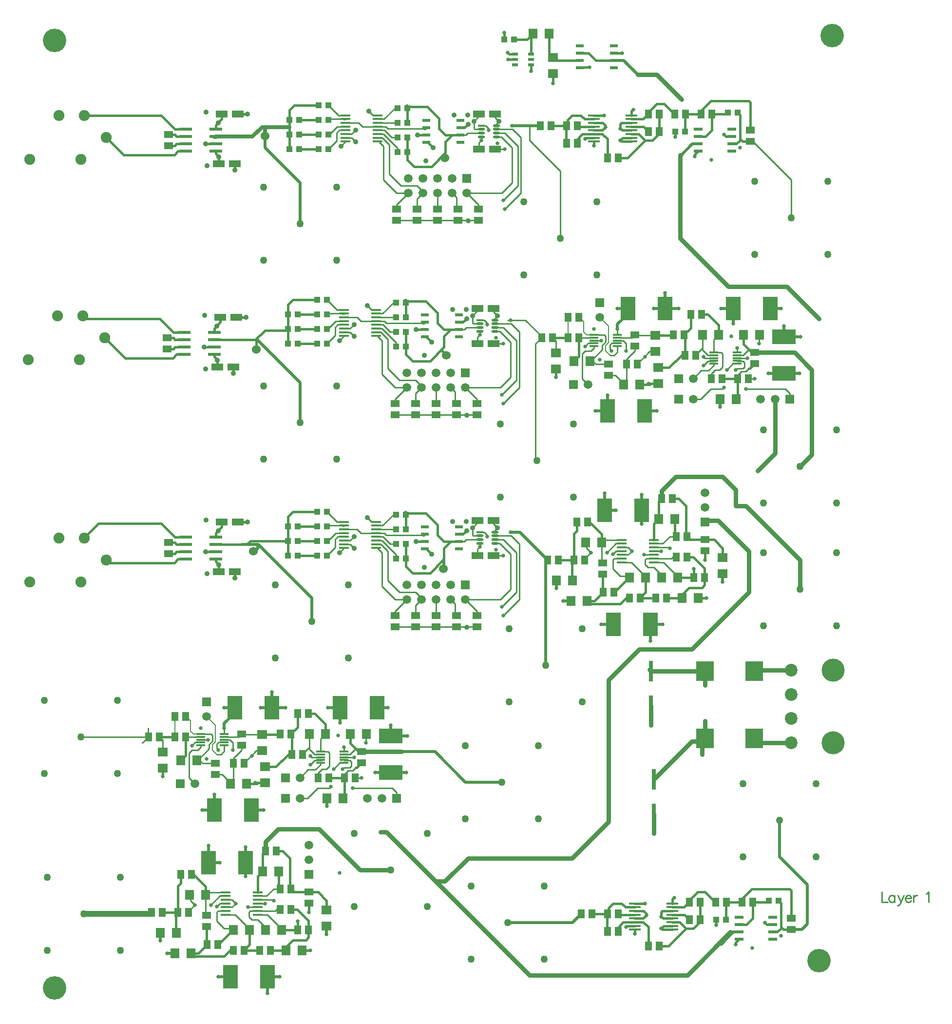
<source format=gtl>
%FSLAX24Y24*%
%MOIN*%
G70*
G01*
G75*
G04 Layer_Physical_Order=1*
%ADD10R,0.0630X0.0118*%
%ADD11R,0.0630X0.0118*%
%ADD12R,0.0709X0.0630*%
%ADD13R,0.0846X0.0157*%
%ADD14R,0.0846X0.0157*%
%ADD15R,0.0630X0.0709*%
%ADD16R,0.0512X0.0591*%
%ADD17R,0.0591X0.0512*%
%ADD18R,0.0551X0.0236*%
%ADD19O,0.0480X0.0169*%
%ADD20R,0.0650X0.0118*%
%ADD21R,0.0787X0.0472*%
%ADD22R,0.0866X0.0236*%
%ADD23R,0.0866X0.0236*%
%ADD24R,0.0433X0.0394*%
%ADD25R,0.0610X0.0236*%
%ADD26R,0.1024X0.1614*%
%ADD27R,0.1614X0.1024*%
%ADD28R,0.0480X0.0169*%
%ADD29R,0.0394X0.0236*%
%ADD30R,0.1240X0.1360*%
%ADD31R,0.0315X0.1417*%
%ADD32C,0.0160*%
%ADD33C,0.0200*%
%ADD34C,0.0100*%
%ADD35C,0.0300*%
%ADD36C,0.0080*%
%ADD37C,0.0250*%
%ADD38C,0.0400*%
%ADD39C,0.0600*%
%ADD40C,0.1600*%
%ADD41C,0.0500*%
%ADD42R,0.0591X0.0591*%
%ADD43C,0.0591*%
%ADD44C,0.0750*%
%ADD45C,0.0866*%
%ADD46C,0.1575*%
%ADD47C,0.0250*%
%ADD48C,0.0350*%
D10*
X60093Y77394D02*
D03*
X60093Y77197D02*
D03*
X60093Y77000D02*
D03*
Y76803D02*
D03*
Y76606D02*
D03*
X61707Y77197D02*
D03*
Y77000D02*
D03*
Y76803D02*
D03*
Y76606D02*
D03*
X33193Y50094D02*
D03*
X33193Y49897D02*
D03*
X33193Y49700D02*
D03*
Y49503D02*
D03*
Y49306D02*
D03*
X34807Y49897D02*
D03*
Y49700D02*
D03*
Y49503D02*
D03*
Y49306D02*
D03*
X68293Y76194D02*
D03*
X68293Y75997D02*
D03*
X68293Y75800D02*
D03*
Y75603D02*
D03*
Y75406D02*
D03*
X69907Y75997D02*
D03*
Y75800D02*
D03*
Y75603D02*
D03*
Y75406D02*
D03*
X43007Y48106D02*
D03*
X41393D02*
D03*
X43007Y48303D02*
D03*
Y48500D02*
D03*
Y48697D02*
D03*
X41393D02*
D03*
X41393Y48894D02*
D03*
X41393Y48500D02*
D03*
Y48303D02*
D03*
D11*
X61707Y77394D02*
D03*
X34807Y50094D02*
D03*
X69907Y76194D02*
D03*
X43007Y48894D02*
D03*
D12*
X68900Y61049D02*
D03*
Y62151D02*
D03*
X37400Y50051D02*
D03*
Y48949D02*
D03*
X64300Y77351D02*
D03*
Y76249D02*
D03*
X57500Y75049D02*
D03*
Y76151D02*
D03*
X64500Y74049D02*
D03*
Y75151D02*
D03*
X57300Y96351D02*
D03*
Y95249D02*
D03*
X37600Y47851D02*
D03*
X30600Y48851D02*
D03*
X41800Y38051D02*
D03*
X37600Y46749D02*
D03*
X30600Y47749D02*
D03*
X41800Y36949D02*
D03*
D13*
X62689Y90604D02*
D03*
Y90860D02*
D03*
Y91116D02*
D03*
Y91372D02*
D03*
Y91628D02*
D03*
Y91884D02*
D03*
Y92140D02*
D03*
Y92396D02*
D03*
X60111Y90604D02*
D03*
Y90860D02*
D03*
Y91116D02*
D03*
Y91372D02*
D03*
Y91628D02*
D03*
Y91884D02*
D03*
Y92140D02*
D03*
X62911Y37216D02*
D03*
X65489Y37728D02*
D03*
X62911D02*
D03*
X65489Y37216D02*
D03*
X62911Y38240D02*
D03*
X65489D02*
D03*
Y37984D02*
D03*
Y37472D02*
D03*
Y36960D02*
D03*
Y36704D02*
D03*
X62911Y36960D02*
D03*
Y37472D02*
D03*
Y37984D02*
D03*
Y36704D02*
D03*
X65489Y38496D02*
D03*
D14*
X60111Y92396D02*
D03*
X62911Y38496D02*
D03*
D15*
X65851Y60800D02*
D03*
X64749D02*
D03*
X32951Y48300D02*
D03*
X31849D02*
D03*
X59851Y75600D02*
D03*
X58749D02*
D03*
X68651Y77400D02*
D03*
X67549D02*
D03*
X70349D02*
D03*
X71451D02*
D03*
X63251Y74000D02*
D03*
X62149D02*
D03*
X68749Y73000D02*
D03*
X69851D02*
D03*
X60651Y63200D02*
D03*
X59549D02*
D03*
X63651Y60800D02*
D03*
X62549D02*
D03*
X64549Y64800D02*
D03*
X65651D02*
D03*
X57549Y60600D02*
D03*
X58651D02*
D03*
X58549Y59200D02*
D03*
X59651D02*
D03*
X67251Y59400D02*
D03*
X66149D02*
D03*
X55949Y98000D02*
D03*
X57051D02*
D03*
X42951Y45700D02*
D03*
X35249Y46700D02*
D03*
X44551Y50100D02*
D03*
X43449D02*
D03*
X40649D02*
D03*
X41751D02*
D03*
X39049Y35300D02*
D03*
X32551Y35100D02*
D03*
X31551Y36500D02*
D03*
X38551Y40700D02*
D03*
X37449D02*
D03*
X37649Y36700D02*
D03*
X38751D02*
D03*
X35449Y36700D02*
D03*
X36551D02*
D03*
X32449Y39100D02*
D03*
X33551D02*
D03*
X41849Y45700D02*
D03*
X36351Y46700D02*
D03*
X40151Y35300D02*
D03*
X31449Y35100D02*
D03*
X30449Y36500D02*
D03*
D16*
X32374Y37900D02*
D03*
X31626D02*
D03*
X57674Y62000D02*
D03*
X56926D02*
D03*
X57274Y77200D02*
D03*
X56526D02*
D03*
X68174Y92500D02*
D03*
X67426D02*
D03*
X66374D02*
D03*
X65626D02*
D03*
X64574D02*
D03*
X63826D02*
D03*
X57174Y91700D02*
D03*
X56426D02*
D03*
X64574Y91300D02*
D03*
X63826D02*
D03*
X58974Y91700D02*
D03*
X58226D02*
D03*
X58974Y90500D02*
D03*
X58226D02*
D03*
X61774Y89500D02*
D03*
X61026D02*
D03*
X58326Y78600D02*
D03*
X59074D02*
D03*
X66726Y78800D02*
D03*
X67474D02*
D03*
X59074Y77200D02*
D03*
X58326D02*
D03*
X63074Y75400D02*
D03*
X62326D02*
D03*
X67074Y76000D02*
D03*
X66326D02*
D03*
X66274Y77400D02*
D03*
X65526D02*
D03*
X70674Y74400D02*
D03*
X69926D02*
D03*
X68874Y74400D02*
D03*
X68126D02*
D03*
X58926Y64600D02*
D03*
X59674D02*
D03*
X62526Y59400D02*
D03*
X63274D02*
D03*
X67674Y60800D02*
D03*
X66926D02*
D03*
X65474Y66200D02*
D03*
X64726D02*
D03*
X59474Y62000D02*
D03*
X58726D02*
D03*
X61474Y59800D02*
D03*
X60726D02*
D03*
X65726Y62200D02*
D03*
X66474D02*
D03*
X65074Y59400D02*
D03*
X64326D02*
D03*
X65726Y63600D02*
D03*
X66474D02*
D03*
X63826Y35600D02*
D03*
X61774Y36600D02*
D03*
X66626Y37400D02*
D03*
X61774Y37800D02*
D03*
X64574Y35600D02*
D03*
X67374Y37400D02*
D03*
Y38600D02*
D03*
X61026Y36600D02*
D03*
Y37800D02*
D03*
X59974D02*
D03*
X66626Y38600D02*
D03*
X68426D02*
D03*
X59226Y37800D02*
D03*
X29826Y37900D02*
D03*
X29626Y49900D02*
D03*
X70226Y38600D02*
D03*
X69174D02*
D03*
X70974D02*
D03*
X43026Y47100D02*
D03*
X41974D02*
D03*
X39426Y48700D02*
D03*
X39374Y50100D02*
D03*
X39826Y51500D02*
D03*
X35426Y48100D02*
D03*
X31426Y49900D02*
D03*
X30374D02*
D03*
X31426Y51300D02*
D03*
X43774Y47100D02*
D03*
X40174Y48700D02*
D03*
X41226Y47100D02*
D03*
X40574Y51500D02*
D03*
X36174Y48100D02*
D03*
X38626Y50100D02*
D03*
X32174Y49900D02*
D03*
X32174Y51300D02*
D03*
X39374Y39501D02*
D03*
X38374Y42100D02*
D03*
X39374Y38101D02*
D03*
X37974Y35300D02*
D03*
X40574Y36700D02*
D03*
X33626Y35700D02*
D03*
X35426Y35301D02*
D03*
X30574Y37900D02*
D03*
X31826Y40501D02*
D03*
X38626Y39501D02*
D03*
X37626Y42100D02*
D03*
X38626Y38101D02*
D03*
X39826Y36700D02*
D03*
X34374Y35700D02*
D03*
X37226Y35300D02*
D03*
X36174Y35301D02*
D03*
X32574Y40501D02*
D03*
D17*
X34200Y48074D02*
D03*
Y47326D02*
D03*
X31000Y90326D02*
D03*
Y91074D02*
D03*
X70800Y90626D02*
D03*
Y91374D02*
D03*
X62900Y76626D02*
D03*
Y77374D02*
D03*
X71100Y75426D02*
D03*
Y76174D02*
D03*
X61100Y74626D02*
D03*
Y75374D02*
D03*
X46600Y85226D02*
D03*
Y85974D02*
D03*
X48000Y85226D02*
D03*
Y85974D02*
D03*
X49400Y85226D02*
D03*
Y85974D02*
D03*
X50800Y85226D02*
D03*
Y85974D02*
D03*
X52200Y85226D02*
D03*
Y85974D02*
D03*
X60700Y61026D02*
D03*
Y61774D02*
D03*
X67700Y63374D02*
D03*
Y62626D02*
D03*
X31000Y62426D02*
D03*
Y63174D02*
D03*
X30900Y76426D02*
D03*
Y77174D02*
D03*
X46500Y72674D02*
D03*
X47900D02*
D03*
X49300D02*
D03*
X50700D02*
D03*
X52100D02*
D03*
X46498Y58174D02*
D03*
X47901D02*
D03*
X49298D02*
D03*
X50698D02*
D03*
X52102D02*
D03*
X73600Y37474D02*
D03*
Y36726D02*
D03*
X44200Y48126D02*
D03*
X36000Y49326D02*
D03*
X44200Y48874D02*
D03*
X36000Y50074D02*
D03*
X40601Y39274D02*
D03*
X33601Y36926D02*
D03*
X40601Y38526D02*
D03*
X33601Y37674D02*
D03*
X46500Y71926D02*
D03*
X46498Y57426D02*
D03*
X47900Y71926D02*
D03*
X47901Y57426D02*
D03*
X49300Y71926D02*
D03*
X49298Y57426D02*
D03*
X50700Y71926D02*
D03*
X50698Y57426D02*
D03*
X52100Y71926D02*
D03*
X52102Y57426D02*
D03*
D18*
X48639Y91050D02*
D03*
Y92050D02*
D03*
Y91550D02*
D03*
Y90550D02*
D03*
X50961Y92050D02*
D03*
Y91550D02*
D03*
Y91050D02*
D03*
Y90550D02*
D03*
X59139Y97150D02*
D03*
Y96650D02*
D03*
Y96150D02*
D03*
Y95650D02*
D03*
X61461Y97150D02*
D03*
Y96650D02*
D03*
Y96150D02*
D03*
Y95650D02*
D03*
X48539Y78250D02*
D03*
Y63750D02*
D03*
X50861Y77750D02*
D03*
Y63250D02*
D03*
X48539Y77250D02*
D03*
Y62750D02*
D03*
X50861Y78250D02*
D03*
Y63750D02*
D03*
X48539Y77750D02*
D03*
Y63250D02*
D03*
Y78750D02*
D03*
X50861D02*
D03*
Y77250D02*
D03*
X48539Y64250D02*
D03*
X50861D02*
D03*
Y62750D02*
D03*
D19*
X52400Y91444D02*
D03*
Y91188D02*
D03*
Y90932D02*
D03*
X53432Y91700D02*
D03*
Y91444D02*
D03*
Y91188D02*
D03*
Y90932D02*
D03*
X52300Y77888D02*
D03*
Y63388D02*
D03*
X53331Y78144D02*
D03*
Y77888D02*
D03*
Y77632D02*
D03*
Y63644D02*
D03*
Y63388D02*
D03*
Y63132D02*
D03*
X52300Y77632D02*
D03*
Y63132D02*
D03*
X53331Y78400D02*
D03*
Y63900D02*
D03*
X52300Y78144D02*
D03*
Y63644D02*
D03*
D20*
X43107Y90604D02*
D03*
Y91116D02*
D03*
Y92396D02*
D03*
Y92140D02*
D03*
Y91884D02*
D03*
Y91628D02*
D03*
Y91372D02*
D03*
Y90860D02*
D03*
X45293Y92396D02*
D03*
Y92140D02*
D03*
Y91884D02*
D03*
Y91628D02*
D03*
Y91372D02*
D03*
Y91116D02*
D03*
Y90860D02*
D03*
Y90604D02*
D03*
X62007Y63368D02*
D03*
Y63112D02*
D03*
Y62856D02*
D03*
Y62600D02*
D03*
Y62344D02*
D03*
Y62088D02*
D03*
Y61832D02*
D03*
X64193Y63368D02*
D03*
Y63112D02*
D03*
Y62856D02*
D03*
Y62600D02*
D03*
Y62344D02*
D03*
Y62088D02*
D03*
Y61832D02*
D03*
X45193Y78328D02*
D03*
X43007Y78584D02*
D03*
X45193Y63828D02*
D03*
X43007Y64084D02*
D03*
Y78328D02*
D03*
Y63828D02*
D03*
Y78840D02*
D03*
Y64340D02*
D03*
Y78072D02*
D03*
Y63572D02*
D03*
Y79096D02*
D03*
Y64596D02*
D03*
X45193Y77816D02*
D03*
Y63316D02*
D03*
Y78840D02*
D03*
Y64340D02*
D03*
Y78584D02*
D03*
Y64084D02*
D03*
Y78072D02*
D03*
Y63572D02*
D03*
Y77304D02*
D03*
Y77560D02*
D03*
Y62804D02*
D03*
Y63060D02*
D03*
X37093Y38756D02*
D03*
Y39012D02*
D03*
Y39268D02*
D03*
Y37988D02*
D03*
Y37732D02*
D03*
X34907Y37988D02*
D03*
Y37732D02*
D03*
Y39012D02*
D03*
Y39268D02*
D03*
X37093Y38244D02*
D03*
X34907D02*
D03*
Y38756D02*
D03*
X43007Y77560D02*
D03*
Y63060D02*
D03*
X37093Y38500D02*
D03*
X45193Y79096D02*
D03*
Y64596D02*
D03*
X34907Y38500D02*
D03*
X43007Y77304D02*
D03*
Y77816D02*
D03*
Y62804D02*
D03*
Y63316D02*
D03*
D21*
X53351Y90100D02*
D03*
X52249Y92500D02*
D03*
X34649D02*
D03*
X35751D02*
D03*
X35551Y89100D02*
D03*
X34449D02*
D03*
X53351Y92500D02*
D03*
X52249Y90100D02*
D03*
X35551Y61200D02*
D03*
X35451Y75200D02*
D03*
X35751Y64600D02*
D03*
X35651Y78600D02*
D03*
X34449Y61200D02*
D03*
X34349Y75200D02*
D03*
X52149Y76800D02*
D03*
Y62300D02*
D03*
X34649Y64600D02*
D03*
X34549Y78600D02*
D03*
X53251Y79200D02*
D03*
Y64700D02*
D03*
Y76800D02*
D03*
Y62300D02*
D03*
X52149Y79200D02*
D03*
Y64700D02*
D03*
D22*
X32176Y90950D02*
D03*
Y90450D02*
D03*
Y89950D02*
D03*
X34224Y91450D02*
D03*
Y90950D02*
D03*
Y90450D02*
D03*
Y89950D02*
D03*
X32176Y62550D02*
D03*
Y63050D02*
D03*
X32076Y76550D02*
D03*
Y77050D02*
D03*
X32176Y62050D02*
D03*
X32076Y76050D02*
D03*
X34124Y77050D02*
D03*
X34224Y63050D02*
D03*
Y62550D02*
D03*
X34124Y76550D02*
D03*
X34224Y62050D02*
D03*
X34124Y76050D02*
D03*
X34224Y63550D02*
D03*
X34124Y77550D02*
D03*
D23*
X32176Y91450D02*
D03*
Y63550D02*
D03*
X32076Y77550D02*
D03*
D24*
X69265Y92600D02*
D03*
X69935D02*
D03*
X66335Y91300D02*
D03*
X65665D02*
D03*
X46665Y90900D02*
D03*
X47335D02*
D03*
X46665Y91900D02*
D03*
X47335D02*
D03*
X46665Y92900D02*
D03*
X47335D02*
D03*
X46665Y89900D02*
D03*
X47335D02*
D03*
X41935Y93100D02*
D03*
X41265D02*
D03*
X39265Y90100D02*
D03*
X39935D02*
D03*
X41935D02*
D03*
X41265D02*
D03*
X39265Y92100D02*
D03*
X39935D02*
D03*
X41935D02*
D03*
X41265D02*
D03*
X39265Y91100D02*
D03*
X39935D02*
D03*
X41935D02*
D03*
X41265D02*
D03*
X53965Y97600D02*
D03*
X54635D02*
D03*
X41835Y77800D02*
D03*
Y63300D02*
D03*
Y78800D02*
D03*
Y64300D02*
D03*
Y76800D02*
D03*
Y62300D02*
D03*
Y79800D02*
D03*
Y65300D02*
D03*
X46565Y76600D02*
D03*
Y62100D02*
D03*
Y79600D02*
D03*
Y65100D02*
D03*
Y78600D02*
D03*
Y64100D02*
D03*
Y77600D02*
D03*
X47235Y76600D02*
D03*
Y79600D02*
D03*
Y78600D02*
D03*
Y77600D02*
D03*
X46565Y63100D02*
D03*
X47235Y62100D02*
D03*
Y65100D02*
D03*
Y64100D02*
D03*
Y63100D02*
D03*
X69135Y37400D02*
D03*
X72065Y38700D02*
D03*
X72735D02*
D03*
X41165Y77800D02*
D03*
X39835D02*
D03*
X41165Y63300D02*
D03*
X39835D02*
D03*
X41165Y78800D02*
D03*
X39835D02*
D03*
X41165Y64300D02*
D03*
X39835D02*
D03*
X41165Y79800D02*
D03*
X39165Y77800D02*
D03*
Y78800D02*
D03*
Y76800D02*
D03*
X41165D02*
D03*
X39835D02*
D03*
X41165Y65300D02*
D03*
X39165Y63300D02*
D03*
Y64300D02*
D03*
Y62300D02*
D03*
X41165D02*
D03*
X39835D02*
D03*
X68465Y37400D02*
D03*
D25*
X67248Y91450D02*
D03*
Y90950D02*
D03*
Y90450D02*
D03*
Y89950D02*
D03*
X69552Y91450D02*
D03*
Y90950D02*
D03*
Y90450D02*
D03*
Y89950D02*
D03*
X70048Y36550D02*
D03*
Y37050D02*
D03*
X72352Y36550D02*
D03*
X70048Y36050D02*
D03*
X72352Y37050D02*
D03*
X70048Y37550D02*
D03*
X72352D02*
D03*
Y36050D02*
D03*
D26*
X64960Y79200D02*
D03*
X62440D02*
D03*
X72160D02*
D03*
X69640D02*
D03*
X63560Y72200D02*
D03*
X61040D02*
D03*
X63960Y57600D02*
D03*
X61440D02*
D03*
X63360Y65400D02*
D03*
X60840D02*
D03*
X34140Y44900D02*
D03*
X38060Y51900D02*
D03*
X45260D02*
D03*
X33740Y41300D02*
D03*
X37760Y33500D02*
D03*
X36660Y44900D02*
D03*
X36260Y41300D02*
D03*
X35540Y51900D02*
D03*
X42740D02*
D03*
X35240Y33500D02*
D03*
D27*
X73100Y77260D02*
D03*
Y74740D02*
D03*
X46200Y47440D02*
D03*
Y49960D02*
D03*
D28*
X52400Y91700D02*
D03*
X52300Y63900D02*
D03*
Y78400D02*
D03*
D29*
X55802Y95852D02*
D03*
Y96226D02*
D03*
Y96600D02*
D03*
X54700Y95852D02*
D03*
Y96226D02*
D03*
Y96600D02*
D03*
D30*
X67710Y49800D02*
D03*
X71090D02*
D03*
X67710Y54400D02*
D03*
X71090D02*
D03*
D31*
X64200Y44619D02*
D03*
Y46981D02*
D03*
X64000Y54381D02*
D03*
Y52019D02*
D03*
D32*
X49850Y63250D02*
X50700D01*
X47235Y61565D02*
Y63100D01*
X49850Y62800D02*
X50300Y63250D01*
X49850Y62050D02*
Y62800D01*
X48900Y61100D02*
X49850Y62050D01*
X36600Y63300D02*
X39165D01*
X36350Y63050D02*
X36600Y63300D01*
X34224Y63050D02*
X36000D01*
X49850Y77750D02*
X50700D01*
X48900Y75600D02*
X49850Y76550D01*
X47235Y76065D02*
Y77600D01*
X49850Y77300D02*
X50300Y77750D01*
X49729Y76271D02*
X50000Y76000D01*
X49571Y76271D02*
X49729D01*
X37000Y76400D02*
Y77100D01*
X36950Y77050D02*
X37600Y77700D01*
X39165D01*
X34124Y77050D02*
X36950D01*
X35400Y36800D02*
X35500D01*
X38657Y36843D02*
X38751Y36749D01*
Y36700D02*
Y36749D01*
X37649Y36700D02*
Y36851D01*
X37093Y40344D02*
X37449Y40700D01*
X40151Y35300D02*
X40700D01*
X39000D02*
Y35500D01*
X33551Y39100D02*
Y39649D01*
X32700Y40500D02*
X33551Y39649D01*
X35200Y35300D02*
X35426D01*
X34800Y34900D02*
X35200Y35300D01*
X32751Y34900D02*
X34800D01*
X36551Y35677D02*
Y36700D01*
X36174Y35300D02*
X36551Y35677D01*
X38751Y36700D02*
X39826D01*
X37449Y41923D02*
X37626Y42100D01*
X37449Y40700D02*
Y41923D01*
X31826Y39900D02*
Y40500D01*
X31626Y39700D02*
X31826Y39900D01*
X31626Y37900D02*
Y39700D01*
X30574Y37900D02*
X31626D01*
X31500Y36400D02*
Y37900D01*
X34400Y35700D02*
X35400Y36700D01*
X34374Y35700D02*
X34400D01*
X33600Y35726D02*
Y37000D01*
X33026Y35100D02*
X33626Y35700D01*
X32400Y35100D02*
X33026D01*
X37974Y35300D02*
X39049D01*
X36174D02*
X37300D01*
X39800Y38100D02*
X40574Y37326D01*
X39374Y38100D02*
X39800D01*
X40574Y36174D02*
Y37326D01*
X40400Y36000D02*
X40574Y36174D01*
X39500Y36000D02*
X40400D01*
X39000Y35500D02*
X39500Y36000D01*
X40600Y37900D02*
Y38526D01*
X39826Y36700D02*
Y37274D01*
X38551Y39575D02*
Y40700D01*
Y39575D02*
X38626Y39500D01*
X39600Y39274D02*
X41226D01*
X39300Y39574D02*
X39600Y39274D01*
X41226D02*
X41800Y38700D01*
Y38051D02*
Y38700D01*
X38800Y42100D02*
X39300Y41600D01*
X38374Y42100D02*
X38800D01*
X39300Y39574D02*
Y41600D01*
X37093Y39268D02*
Y40344D01*
X59851Y59000D02*
X61900D01*
X32065Y48517D02*
X32174Y48625D01*
X30600Y47200D02*
Y47749D01*
X36951Y46749D02*
X37600D01*
X37051Y46700D02*
X37100Y46749D01*
X36351Y46700D02*
X37051D01*
X41751Y50049D02*
Y50749D01*
X41000Y51500D02*
X41751Y50749D01*
X40574Y51500D02*
X41000D01*
X44100Y48800D02*
X44200D01*
X32174Y48625D02*
Y49900D01*
X30474D02*
X31426D01*
X39826Y50552D02*
Y51500D01*
X39351Y50077D02*
X39826Y50552D01*
X38649Y50051D02*
X38700Y50000D01*
X37400Y50051D02*
X38649D01*
X39426Y48700D02*
Y50074D01*
X39200Y48700D02*
X39500D01*
X38351Y47851D02*
X39200Y48700D01*
X37600Y47851D02*
X38351D01*
X43874Y47800D02*
X44200Y48126D01*
X43800Y47800D02*
X43874D01*
X41974Y47100D02*
X43026D01*
Y45775D02*
Y47100D01*
X43449Y49451D02*
X44100Y48800D01*
X43449Y49451D02*
Y50100D01*
X71965Y38600D02*
X72065Y38700D01*
X72735D02*
X72900Y38535D01*
X68465Y37035D02*
Y37400D01*
X69135Y38561D02*
X69174Y38600D01*
X69135Y37400D02*
Y38561D01*
X68400Y38600D02*
X68426D01*
X70974D02*
X71965D01*
X73500Y39500D02*
X73600Y39400D01*
X70900Y39500D02*
X73500D01*
X70200Y38800D02*
X70900Y39500D01*
X73600Y37474D02*
Y39400D01*
X69174Y38600D02*
X70226D01*
X67200Y39300D02*
X67700D01*
X66600Y38700D02*
X67200Y39300D01*
X67700D02*
X68400Y38600D01*
X61774Y37800D02*
X61846Y37728D01*
X60200Y37800D02*
X61026D01*
X67374Y37326D02*
Y38600D01*
X66298Y37728D02*
X66626Y37400D01*
X61700Y36674D02*
Y36800D01*
X61000Y36700D02*
Y37600D01*
X70974Y37474D02*
Y38600D01*
X70550Y37050D02*
X70974Y37474D01*
X70048Y37050D02*
X70550D01*
X69800Y35802D02*
X70048Y36050D01*
X69800Y35700D02*
Y35802D01*
X71800Y37200D02*
X71950Y37050D01*
X72352D01*
X73074Y36726D02*
X73600D01*
X72900Y36900D02*
X73074Y36726D01*
X72900Y36800D02*
Y38535D01*
X72650Y36550D02*
X72900Y36800D01*
X72352Y36550D02*
X72650D01*
X64860Y36960D02*
X65489D01*
X64700Y36800D02*
X64860Y36960D01*
X64796Y36704D02*
X65489D01*
X64700Y36800D02*
X64796Y36704D01*
X66900Y36800D02*
X67400Y37300D01*
X66400Y36800D02*
X66900D01*
X65984Y37216D02*
X66400Y36800D01*
X65489Y37216D02*
X65984D01*
X65200Y35600D02*
X66400Y36800D01*
X64574Y35600D02*
X65200D01*
X65489Y37728D02*
X66298D01*
X64784Y37984D02*
X65489D01*
X64828Y37472D02*
X65489D01*
X64700Y37600D02*
X64828Y37472D01*
X64700Y37900D02*
X64784Y37984D01*
X64700Y37600D02*
Y37900D01*
X66266Y38240D02*
X66626Y38600D01*
X65489Y38240D02*
X66266D01*
X65489Y38789D02*
X65600Y38900D01*
X65489Y38496D02*
Y38789D01*
X62911Y36411D02*
Y36704D01*
X62360Y36960D02*
X62911D01*
X62300Y36900D02*
X62360Y36960D01*
X63484Y37216D02*
X63826Y36874D01*
Y35600D02*
Y36874D01*
X62116Y37216D02*
X63484D01*
X61700Y36800D02*
X62116Y37216D01*
X61846Y37728D02*
X62911D01*
X63700Y37700D02*
Y37800D01*
X63516Y37984D02*
X63700Y37800D01*
X62911Y37984D02*
X63516D01*
X63472Y37472D02*
X63700Y37700D01*
X62911Y37472D02*
X63472D01*
X62000Y38500D02*
X62260Y38240D01*
X62911D01*
X61400Y38500D02*
X62000D01*
X61100Y38200D02*
X61400Y38500D01*
X61100Y37700D02*
Y38200D01*
X62911Y38496D02*
X63596D01*
X47235Y64100D02*
Y65265D01*
X47200Y65300D02*
X47235Y65265D01*
Y61565D02*
X47700Y61100D01*
X48900D01*
X39500Y65300D02*
X41165D01*
X39165Y64965D02*
X39500Y65300D01*
X39165Y63800D02*
Y64965D01*
Y62300D02*
Y63700D01*
X39835Y62300D02*
X41165D01*
X39835Y64300D02*
X41165D01*
X41740Y64340D02*
X41835D01*
X41740D02*
X41780Y64300D01*
X39835Y63300D02*
X41165D01*
X41835D02*
X41900D01*
X42900Y64340D02*
X43007D01*
X49400Y63700D02*
Y64400D01*
Y63700D02*
X49850Y63250D01*
X48600Y65200D02*
X49400Y64400D01*
X47335Y65200D02*
X48600D01*
X51150Y63750D02*
X51400Y64000D01*
X50861Y63750D02*
X51150D01*
X48539Y62750D02*
X48650D01*
X49000Y62400D01*
X47950Y63250D02*
X48539D01*
X48489Y63700D02*
X48539Y63750D01*
X48400Y63700D02*
X48489D01*
X47235Y78600D02*
Y79765D01*
X47200Y79800D02*
X47235Y79765D01*
Y76065D02*
X47700Y75600D01*
X48900D01*
X39500Y79800D02*
X41165D01*
X39165Y79465D02*
X39500Y79800D01*
X39165Y78300D02*
Y79465D01*
Y76800D02*
Y78200D01*
X39835Y76800D02*
X41165D01*
X39835Y78800D02*
X41165D01*
X41740Y78840D02*
X41835D01*
X41740D02*
X41780Y78800D01*
X39835Y77800D02*
X41165D01*
X41835D02*
X41900D01*
X42900Y78840D02*
X43007D01*
X49400Y78200D02*
Y78900D01*
X49850Y76550D02*
Y77300D01*
X49400Y78200D02*
X49850Y77750D01*
X48600Y79700D02*
X49400Y78900D01*
X47335Y79700D02*
X48600D01*
X51150Y78250D02*
X51400Y78500D01*
X50861Y78250D02*
X51150D01*
X48539Y77250D02*
X48650D01*
X49000Y76900D01*
X47950Y77750D02*
X48539D01*
X48489Y78200D02*
X48539Y78250D01*
X48400Y78200D02*
X48489D01*
X60250Y96150D02*
X61461D01*
X59139Y96650D02*
X59750D01*
X59200Y95700D02*
X59800D01*
X61461Y96650D02*
X62050D01*
X59750D02*
X60250Y96150D01*
X57650D02*
X59139D01*
X57400Y96400D02*
X57650Y96150D01*
X55802Y95402D02*
Y95852D01*
X53965Y97600D02*
Y98065D01*
X54300Y96600D02*
X54700D01*
X54200Y96700D02*
X54300Y96600D01*
X54226Y96226D02*
X54700D01*
X57300Y94600D02*
Y95249D01*
X57051Y96600D02*
Y98000D01*
X55549Y97600D02*
X55949Y98000D01*
X54635Y97600D02*
X55549D01*
X55802Y96600D02*
Y97854D01*
X70349Y76751D02*
X71000Y76100D01*
X70349Y76751D02*
Y77400D01*
X64549Y66023D02*
X64726Y66200D01*
X39265Y91600D02*
Y92765D01*
X39600Y93100D02*
X41265D01*
X65665Y90935D02*
Y91300D01*
X69150Y90950D02*
X69552D01*
X69000Y91100D02*
X69150Y90950D01*
X67000Y89702D02*
X67248Y89950D01*
X67000Y89600D02*
Y89702D01*
X70100Y90700D02*
Y92435D01*
Y90800D02*
X70274Y90626D01*
X70800D01*
X69935Y92600D02*
X70100Y92435D01*
X69552Y90450D02*
X69850D01*
X70100Y90700D01*
X69165Y92500D02*
X69265Y92600D01*
X68174Y92500D02*
X69165D01*
X68174Y91374D02*
Y92500D01*
X67248Y90950D02*
X67750D01*
X70800Y91374D02*
Y93300D01*
X67400Y92700D02*
X68100Y93400D01*
X70700D01*
X70800Y93300D01*
X65600Y92500D02*
X65626D01*
X63800Y92600D02*
X64400Y93200D01*
X64900D01*
X65600Y92500D01*
X66374D02*
X67426D01*
X66335Y92461D02*
X66374Y92500D01*
X66335Y91300D02*
Y92461D01*
X67750Y90950D02*
X68174Y91374D01*
X59560Y90860D02*
X60111D01*
X59500Y90800D02*
X59560Y90860D01*
X60111Y92396D02*
X60796D01*
X60111Y91884D02*
X60716D01*
X60900Y91600D02*
Y91700D01*
X60672Y91372D02*
X60900Y91600D01*
X60111Y91372D02*
X60672D01*
X60716Y91884D02*
X60900Y91700D01*
X60111Y90311D02*
Y90604D01*
X62689Y92689D02*
X62800Y92800D01*
X62689Y92396D02*
Y92689D01*
X61984Y91884D02*
X62689D01*
X62028Y91372D02*
X62689D01*
X61900Y91500D02*
Y91800D01*
Y91500D02*
X62028Y91372D01*
X61900Y91800D02*
X61984Y91884D01*
X62060Y90860D02*
X62689D01*
X61996Y90604D02*
X62689D01*
X61900Y90700D02*
X62060Y90860D01*
X61900Y90700D02*
X61996Y90604D01*
X62689Y91116D02*
X63184D01*
X63600Y90700D02*
X64100D01*
X63184Y91116D02*
X63600Y90700D01*
X62400Y89500D02*
X63600Y90700D01*
X61774Y89500D02*
X62400D01*
X64574Y91226D02*
Y92500D01*
X64100Y90700D02*
X64600Y91200D01*
X63466Y92140D02*
X63826Y92500D01*
X62689Y92140D02*
X63466D01*
X63498Y91628D02*
X63826Y91300D01*
X62689Y91628D02*
X63498D01*
X58200Y90600D02*
Y91500D01*
X58300Y91600D02*
Y92100D01*
X59460Y92140D02*
X60111D01*
X57400Y91700D02*
X58226D01*
X59316Y91116D02*
X60684D01*
X61026Y89500D02*
Y90774D01*
X60684Y91116D02*
X61026Y90774D01*
X58900Y90574D02*
Y90700D01*
X59316Y91116D01*
X59046Y91628D02*
X60111D01*
X58974Y91700D02*
X59046Y91628D01*
X59200Y92400D02*
X59460Y92140D01*
X58600Y92400D02*
X59200D01*
X58300Y92100D02*
X58600Y92400D01*
X65651Y63675D02*
Y64800D01*
Y63675D02*
X65726Y63600D01*
X60651Y63200D02*
Y63749D01*
X64749Y60800D02*
Y60951D01*
X65757Y60943D02*
X65851Y60849D01*
X62500Y60900D02*
X62600D01*
X64193Y64444D02*
X64549Y64800D01*
X64193Y63368D02*
Y64444D01*
X64549Y64800D02*
Y66023D01*
X66700Y63374D02*
X68326D01*
X68900Y62151D02*
Y62800D01*
X65474Y66200D02*
X65900D01*
X66400Y65700D01*
Y63674D02*
Y65700D01*
Y63674D02*
X66700Y63374D01*
X68326D02*
X68900Y62800D01*
X67700Y62000D02*
Y62626D01*
X66926Y60800D02*
Y61374D01*
X65851Y60800D02*
X66926D01*
X67251Y59400D02*
X67800D01*
X67674Y60274D02*
Y61426D01*
X66474Y62200D02*
X66900D01*
X67674Y61426D01*
X65851Y60800D02*
Y60849D01*
X65074Y59400D02*
X66149D01*
X66100D02*
Y59600D01*
X66600Y60100D01*
X67500D01*
X67674Y60274D01*
X63274Y59400D02*
X64400D01*
X63651Y59777D02*
Y60800D01*
X63274Y59400D02*
X63651Y59777D01*
X58600Y60500D02*
Y62000D01*
X57674D02*
X58726D01*
X58926Y64000D02*
Y64600D01*
X58726Y63800D02*
X58926Y64000D01*
X58726Y62000D02*
Y63800D01*
X59800Y64600D02*
X60651Y63749D01*
X61500Y59800D02*
X62500Y60800D01*
X61474Y59800D02*
X61500D01*
X60700Y59826D02*
Y61100D01*
X59500Y59200D02*
X60126D01*
X60726Y59800D01*
X62300Y59400D02*
X62526D01*
X61900Y59000D02*
X62300Y59400D01*
X58965Y75817D02*
X59074Y75925D01*
X57500Y74500D02*
Y75049D01*
X63951Y74000D02*
X64000Y74049D01*
X63851D02*
X64500D01*
X63251Y74000D02*
X63951D01*
X68651Y77349D02*
Y78049D01*
X67900Y78800D02*
X68651Y78049D01*
X67474Y78800D02*
X67900D01*
X71000Y76100D02*
X71100D01*
X59074Y75925D02*
Y77200D01*
X57374D02*
X58326D01*
X66726Y77852D02*
Y78800D01*
X66251Y77377D02*
X66726Y77852D01*
X65549Y77351D02*
X65600Y77300D01*
X64300Y77351D02*
X65549D01*
X66100Y76000D02*
X66400D01*
X66326D02*
Y77374D01*
X65251Y75151D02*
X66100Y76000D01*
X64500Y75151D02*
X65251D01*
X70774Y75100D02*
X71100Y75426D01*
X70700Y75100D02*
X70774D01*
X68874Y74400D02*
X69926D01*
Y73075D02*
Y74400D01*
X31650Y62050D02*
X32176D01*
X31400Y61800D02*
X31650Y62050D01*
X26950Y61800D02*
X31400D01*
X26750Y62000D02*
X26950Y61800D01*
X31455Y63550D02*
X32176D01*
X30505Y64500D02*
X31455Y63550D01*
X26200Y64500D02*
X30505D01*
X25300Y63600D02*
X26200Y64500D01*
X31550Y76050D02*
X32076D01*
X31300Y75800D02*
X31550Y76050D01*
X28050Y75800D02*
X31300D01*
X26650Y77200D02*
X28050Y75800D01*
X31355Y77550D02*
X32076D01*
X30405Y78500D02*
X31355Y77550D01*
X25350Y78500D02*
X30405D01*
X25150Y78700D02*
X25350Y78500D01*
X39265Y90100D02*
Y91500D01*
X34100Y90900D02*
X34224D01*
X49950Y91050D02*
X50800D01*
X48700Y93000D02*
X49500Y92200D01*
X47335Y89365D02*
Y90900D01*
X49950Y90600D02*
X50400Y91050D01*
X47435Y93000D02*
X48700D01*
X49500Y91500D02*
Y92200D01*
Y91500D02*
X49950Y91050D01*
Y89850D02*
Y90600D01*
X49000Y88900D02*
X49950Y89850D01*
X47800Y88900D02*
X49000D01*
X47335Y89365D02*
X47800Y88900D01*
X47335Y91900D02*
Y93065D01*
X48500Y91500D02*
X48589D01*
X41935Y91100D02*
X42000D01*
X43000Y92140D02*
X43107D01*
X41840D02*
X41935D01*
X51250Y91550D02*
X51500Y91800D01*
X50961Y91550D02*
X51250D01*
X48750Y90550D02*
X49100Y90200D01*
X48639Y90550D02*
X48750D01*
X48050Y91050D02*
X48639D01*
X47300Y93100D02*
X47335Y93065D01*
X48589Y91500D02*
X48639Y91550D01*
X39265Y92765D02*
X39600Y93100D01*
X39935Y90100D02*
X41265D01*
X39935Y91100D02*
X41265D01*
X39935Y92100D02*
X41265D01*
X41840Y92140D02*
X41880Y92100D01*
X35751Y64600D02*
X36400D01*
X35551Y60751D02*
Y61200D01*
X31550Y63050D02*
X32176D01*
X31426Y63174D02*
X31550Y63050D01*
X31000Y63174D02*
X31426D01*
X31550Y62550D02*
X32176D01*
X31426Y62426D02*
X31550Y62550D01*
X31000Y62426D02*
X31426D01*
X34649Y64249D02*
Y64600D01*
X34224Y63824D02*
X34649Y64249D01*
X34224Y63550D02*
Y63824D01*
X33550Y62550D02*
X34224D01*
Y61876D02*
Y62050D01*
Y61876D02*
X34449Y61651D01*
Y61200D02*
Y61651D01*
X35651Y78600D02*
X36300D01*
X35451Y74751D02*
Y75200D01*
X31450Y77050D02*
X32076D01*
X31326Y77174D02*
X31450Y77050D01*
X30900Y77174D02*
X31326D01*
X31450Y76550D02*
X32076D01*
X31326Y76426D02*
X31450Y76550D01*
X30900Y76426D02*
X31326D01*
X34549Y78249D02*
Y78600D01*
X34124Y77824D02*
X34549Y78249D01*
X34124Y77550D02*
Y77824D01*
X33450Y76550D02*
X34124D01*
Y75876D02*
Y76050D01*
Y75876D02*
X34349Y75651D01*
Y75200D02*
Y75651D01*
X31650Y89950D02*
X32176D01*
X26750Y90900D02*
X27950Y89700D01*
X31400D01*
X31650Y89950D01*
X31455Y91450D02*
X32176D01*
X25300Y92400D02*
X30505D01*
X31455Y91450D01*
X31550Y90450D02*
X32176D01*
X31426Y90326D02*
X31550Y90450D01*
X31000Y90326D02*
X31426D01*
X31550Y90950D02*
X32176D01*
X31000Y91074D02*
X31426D01*
X31550Y90950D01*
X35751Y92500D02*
X36400D01*
X34224Y91724D02*
X34649Y92149D01*
Y92500D01*
X34224Y91450D02*
Y91724D01*
X33550Y90450D02*
X34224D01*
X35551Y88651D02*
Y89100D01*
X34224Y89776D02*
X34449Y89551D01*
X34224Y89776D02*
Y89950D01*
X34449Y89100D02*
Y89551D01*
D33*
X49850Y61250D02*
Y62050D01*
X36000Y63050D02*
X37150D01*
X37100Y62800D02*
Y63050D01*
X36900Y62600D02*
X37100Y62800D01*
X40800Y57800D02*
Y59400D01*
X40000Y71400D02*
Y74113D01*
X37063Y77050D02*
X40000Y74113D01*
X54200Y37200D02*
X58626D01*
X59226Y37800D01*
X54400Y63900D02*
X55026D01*
X56926Y62000D01*
X30449Y35949D02*
Y36500D01*
X30900Y35100D02*
X31449D01*
X41800Y36400D02*
Y36949D01*
X37760Y33500D02*
X38600D01*
X37760Y32340D02*
Y33500D01*
X34400D02*
X35240D01*
X36260Y40360D02*
Y42360D01*
X33740Y41300D02*
Y42460D01*
Y41300D02*
X34500D01*
X41849Y45149D02*
Y45700D01*
X45260Y51900D02*
X46000D01*
X41900D02*
X42740D01*
Y50840D02*
Y51900D01*
X38060D02*
Y52940D01*
X37300Y51900D02*
X39000D01*
X34800D02*
X35540D01*
X36660Y44900D02*
X37500D01*
X34140D02*
Y45940D01*
X33300Y44900D02*
X34140D01*
X46200Y49960D02*
X47340D01*
X46200D02*
Y50700D01*
X45140Y47440D02*
X47260D01*
X34807Y50807D02*
X35500Y51500D01*
X34807Y50493D02*
Y50807D01*
X69650Y36550D02*
X70048D01*
X68800Y35700D02*
X69650Y36550D01*
X37150Y63050D02*
X40800Y59400D01*
X68900Y60500D02*
Y61049D01*
X68749Y72449D02*
Y73000D01*
X66000Y89600D02*
X66850Y90450D01*
X67248D01*
X61461Y96150D02*
X62150D01*
X63100Y95200D01*
X73500Y36726D02*
X74326D01*
X72800Y41700D02*
Y44200D01*
X74326Y36726D02*
X74700Y37100D01*
Y39800D01*
X72800Y41700D02*
X74700Y39800D01*
X51300Y46800D02*
X53800D01*
X44200Y48874D02*
X49226D01*
X51300Y46800D01*
X56800Y54800D02*
Y62000D01*
X54500Y91700D02*
X56426D01*
X40000Y85000D02*
Y87800D01*
X37600Y90200D02*
Y91000D01*
Y90200D02*
X40000Y87800D01*
X57549Y60049D02*
Y60600D01*
X58000Y59200D02*
X58549D01*
X63960Y57600D02*
X64800D01*
X63960Y56440D02*
Y57600D01*
X60600D02*
X61440D01*
X60840Y65400D02*
Y66560D01*
Y65400D02*
X61600D01*
X63360Y64460D02*
Y66460D01*
X72160Y79200D02*
X72900D01*
X68800D02*
X69640D01*
Y78140D02*
Y79200D01*
X64200D02*
X65900D01*
X64960D02*
Y80240D01*
X61700Y79200D02*
X62440D01*
X63560Y72200D02*
X64400D01*
X61040D02*
Y73240D01*
X60200Y72200D02*
X61040D01*
X73100Y77260D02*
Y78000D01*
Y77260D02*
X74240D01*
X72040Y74740D02*
X74160D01*
X61707Y78107D02*
X62400Y78800D01*
X61707Y77793D02*
Y78107D01*
D34*
X36950Y77050D02*
X37063D01*
X55400Y78400D02*
X56526Y77274D01*
X54200Y78400D02*
X55400D01*
X56526Y77200D02*
Y77274D01*
X56100Y76774D02*
X56526Y77200D01*
X56100Y68800D02*
Y76774D01*
X52300Y78400D02*
X52600D01*
X52800Y78100D02*
Y78200D01*
X55226Y63700D02*
X56926Y62000D01*
X52800Y63600D02*
Y63700D01*
X52300Y63900D02*
X52600D01*
X33551Y39100D02*
X33719Y39268D01*
X32500Y38700D02*
Y39200D01*
X32574Y40500D02*
X32700D01*
X32374Y37900D02*
Y37974D01*
X31551Y36500D02*
Y37825D01*
X33551Y37723D02*
X33600Y37674D01*
X33551Y37723D02*
Y39100D01*
X33626Y35700D02*
Y35726D01*
X38412Y38100D02*
X38626D01*
X33719Y39268D02*
X34907D01*
X34512Y39012D02*
X34907D01*
X33900Y38400D02*
X34512Y39012D01*
X32500Y38700D02*
X32800Y38400D01*
X32374Y37974D02*
X32800Y38400D01*
X34500Y38500D02*
X34907D01*
X34300Y38300D02*
X34500Y38500D01*
X34907Y38756D02*
X35344D01*
X35600Y38500D01*
X35344Y38244D02*
X35600Y38500D01*
X34907Y38244D02*
X35344D01*
X34388Y37988D02*
X34907D01*
X34800Y36800D02*
X35400D01*
X34300Y37900D02*
X34388Y37988D01*
X34300Y37300D02*
X34800Y36800D01*
X34300Y37300D02*
Y37900D01*
X34907Y37732D02*
X35568D01*
X36500Y36800D01*
X38200Y39500D02*
X38626D01*
X37712Y39012D02*
X38200Y39500D01*
X37093Y39012D02*
X37712D01*
X37093Y38756D02*
X38144D01*
X38200Y38700D01*
X37093Y38500D02*
X37600D01*
X36444Y38244D02*
X37093D01*
X38300Y37988D02*
X38412Y38100D01*
X37100Y37400D02*
X37649Y36851D01*
X36588Y37988D02*
X38300D01*
X36500Y37900D02*
X36588Y37988D01*
X36500Y37600D02*
X36700Y37400D01*
X37100D01*
X36500Y37600D02*
Y37900D01*
X37768Y37732D02*
X38657Y36843D01*
X37093Y37732D02*
X37768D01*
X33000Y48400D02*
X33100D01*
X33000D02*
X33026Y48374D01*
X37023Y48949D02*
X37400D01*
X41393Y49742D02*
X41751Y50100D01*
X44500D02*
X44600Y50200D01*
X35249Y46700D02*
X35426Y46877D01*
X33600Y48400D02*
Y48500D01*
X35977Y50051D02*
X37400D01*
X35823Y49897D02*
X35977Y50051D01*
X30600Y48851D02*
Y49674D01*
X30374Y49900D02*
X30600Y49674D01*
X29600Y49926D02*
Y50500D01*
X29200Y49474D02*
X29626Y49900D01*
X32174D02*
X32177Y49897D01*
X34200Y47326D02*
X34674D01*
X35200Y46800D01*
X33326Y48074D02*
X34200D01*
X33100Y48300D02*
X33326Y48074D01*
X36000Y49000D02*
Y49326D01*
X35426Y48426D02*
X36000Y49000D01*
X35426Y46877D02*
Y48426D01*
X40187Y48713D02*
X40203Y48697D01*
X40174Y48726D02*
X40187Y48713D01*
X40100Y48800D02*
X40174Y48726D01*
X40174Y48700D02*
Y48725D01*
X41226Y47100D02*
Y47426D01*
X43600Y47600D02*
X43800Y47800D01*
X43300Y47600D02*
X43600D01*
X43026Y47326D02*
X43300Y47600D01*
X43026Y47100D02*
Y47326D01*
X34000Y49600D02*
Y50000D01*
X33906Y50094D02*
X34000Y50000D01*
X33784Y49384D02*
X34000Y49600D01*
X33193Y50094D02*
X33906D01*
X33784Y49084D02*
Y49384D01*
X33100Y48400D02*
X33784Y49084D01*
X32177Y49897D02*
X33193D01*
X33193Y49700D02*
X33700D01*
X32803Y49503D02*
X33193D01*
X32600Y49300D02*
X32803Y49503D01*
X33193Y49193D02*
Y49306D01*
X33000Y49000D02*
X33193Y49193D01*
X32600Y49000D02*
X33000D01*
X32400Y48800D02*
X32600Y49000D01*
X32400Y47100D02*
Y48800D01*
Y47100D02*
X32800Y46700D01*
X34807Y50094D02*
Y50493D01*
X34807Y49897D02*
X35823D01*
X36174Y48100D02*
X37023Y48949D01*
X35200Y49700D02*
X35400Y49500D01*
X34807Y49700D02*
X35200D01*
X35400Y49000D02*
Y49500D01*
X34397Y49503D02*
X34807D01*
X34300Y49400D02*
X34403Y49503D01*
X34300Y49100D02*
Y49400D01*
Y49100D02*
X34400Y49000D01*
X34807Y48907D02*
Y49306D01*
X34600Y48700D02*
X34807Y48907D01*
X34300Y48700D02*
X34600D01*
X41393Y48894D02*
X41906D01*
X42000Y48800D01*
Y47900D02*
Y48800D01*
X41800Y47700D02*
X42000Y47900D01*
X41500Y47700D02*
X41800D01*
X41393Y48894D02*
Y49742D01*
X41226Y47426D02*
X41500Y47700D01*
X41003Y48697D02*
X41393D01*
X40649Y49051D02*
Y50100D01*
Y49051D02*
X41003Y48697D01*
X40174Y48725D02*
X40649Y49200D01*
X40700Y48600D02*
X40800Y48500D01*
X41300D01*
X41000Y48300D02*
X41500D01*
X40700Y48000D02*
X41000Y48300D01*
X41393Y47993D02*
Y48106D01*
X41037Y47637D02*
X41393Y47993D01*
X40537Y47637D02*
X41037D01*
X40000Y47100D02*
X40537Y47637D01*
X43000Y49200D02*
X43007Y49193D01*
Y48894D02*
Y49193D01*
X43396Y48697D02*
X43800Y49100D01*
X43007Y48697D02*
X43396D01*
X44500Y49500D02*
Y50100D01*
X43774Y47100D02*
X44200D01*
X43007Y48500D02*
X43700D01*
X43400Y48300D02*
X43500Y48200D01*
X43600Y46400D02*
X46300D01*
X43500Y47900D02*
Y48200D01*
X43400Y47800D02*
X43500Y47900D01*
X46300Y46400D02*
X46600Y46100D01*
Y45700D02*
Y46100D01*
X43010Y48300D02*
X43400D01*
X43000Y47800D02*
X43400D01*
X42899Y47699D02*
X43000Y47800D01*
X42706Y48106D02*
X43007D01*
X42300Y47700D02*
X42706Y48106D01*
X42000Y46400D02*
X42100Y46500D01*
X41200Y46400D02*
X42000D01*
X40500Y45700D02*
X41200Y46400D01*
X40000Y45700D02*
X40500D01*
X52149Y64549D02*
Y64700D01*
X53251Y64449D02*
Y64700D01*
Y62300D02*
X53900D01*
X48300Y59300D02*
Y59400D01*
X46549Y64084D02*
X46565Y64100D01*
X46400Y65100D02*
X46565D01*
X41835Y64300D02*
X41874Y64340D01*
X51300Y59300D02*
X52100Y58500D01*
Y58174D02*
Y58500D01*
X50300Y59300D02*
X50600Y59000D01*
Y58200D02*
Y59000D01*
X49300Y58174D02*
Y59300D01*
X47900Y58900D02*
X48300Y59300D01*
X47900Y58174D02*
Y58900D01*
X46500Y58500D02*
X47300Y59300D01*
X46500Y58174D02*
Y58500D01*
X51400Y57400D02*
Y57426D01*
X46500D02*
X52100D01*
X46500Y59300D02*
X47300D01*
X45300Y62800D02*
X45600Y62500D01*
Y60200D02*
X46500Y59300D01*
X45600Y60200D02*
Y62500D01*
X47900Y59800D02*
X48300Y59400D01*
X45540Y63060D02*
X46000Y62600D01*
X45193Y63060D02*
X45540D01*
X46000Y60600D02*
X46800Y59800D01*
X47900D01*
X46000Y60600D02*
Y62600D01*
X45605Y63316D02*
X46565Y62356D01*
Y62100D02*
Y62356D01*
X45193Y63316D02*
X45605D01*
X46161Y63100D02*
X46565D01*
X45689Y63572D02*
X46161Y63100D01*
X45193Y63572D02*
X45689D01*
X45193Y64084D02*
X46549D01*
X45640Y64340D02*
X46400Y65100D01*
X45193Y64340D02*
X45640D01*
X44904Y64596D02*
X45193D01*
X44600Y64900D02*
X44904Y64596D01*
X43004Y62804D02*
X43007D01*
X42700Y62500D02*
X43004Y62804D01*
X43440Y63060D02*
X43700Y62800D01*
X43007Y63060D02*
X43440D01*
X43416Y63316D02*
X43700Y63600D01*
X43007Y63316D02*
X43416D01*
X42572Y63572D02*
X43007D01*
X42400Y62865D02*
Y63400D01*
X42572Y63572D01*
X41835Y62300D02*
X42400Y62865D01*
X42428Y63828D02*
X43007D01*
X41900Y63300D02*
X42428Y63828D01*
X41874Y64340D02*
X42900D01*
X42539Y64596D02*
X43007D01*
X41835Y65300D02*
X42539Y64596D01*
X53668Y63132D02*
X54400Y62400D01*
X53331Y63132D02*
X53668D01*
X54400Y60000D02*
Y62400D01*
X53700Y59300D02*
X54400Y60000D01*
X51300Y59300D02*
X53700D01*
X53912Y63388D02*
X54800Y62500D01*
X53331Y63388D02*
X53912D01*
X54800Y59800D02*
Y62500D01*
X53800Y58800D02*
X54800Y59800D01*
X54456Y63644D02*
X55000Y63100D01*
X53331Y63644D02*
X54456D01*
X55000Y59300D02*
Y63100D01*
X53900Y58200D02*
X55000Y59300D01*
X53331Y64032D02*
X53500Y64200D01*
X53331Y63900D02*
Y64032D01*
X53251Y64449D02*
X53500Y64200D01*
X52300Y62900D02*
Y63132D01*
X52149Y62749D02*
X52300Y62900D01*
X52149Y62300D02*
Y62749D01*
X51800Y64200D02*
X52149Y64549D01*
X51856Y63644D02*
X52300D01*
X51800Y63700D02*
Y64200D01*
Y63700D02*
X51856Y63644D01*
X52600Y63900D02*
X52800Y63700D01*
X51388Y63388D02*
X52300D01*
X51250Y63250D02*
X51388Y63388D01*
X50700Y63250D02*
X51250D01*
X45900Y63700D02*
X48400D01*
X45772Y63828D02*
X45900Y63700D01*
X43007Y64084D02*
X43916D01*
X44172Y63828D02*
X45772D01*
X43916Y64084D02*
X44172Y63828D01*
X52149Y79049D02*
Y79200D01*
X53251Y78949D02*
Y79200D01*
Y76800D02*
X53900D01*
X48300Y73800D02*
Y73900D01*
X46549Y78584D02*
X46565Y78600D01*
X46400Y79600D02*
X46565D01*
X41835Y78800D02*
X41874Y78840D01*
X51300Y73800D02*
X52100Y73000D01*
Y72674D02*
Y73000D01*
X50300Y73800D02*
X50600Y73500D01*
Y72700D02*
Y73500D01*
X49300Y72674D02*
Y73800D01*
X47900Y73400D02*
X48300Y73800D01*
X47900Y72674D02*
Y73400D01*
X46500Y73000D02*
X47300Y73800D01*
X46500Y72674D02*
Y73000D01*
X51400Y71900D02*
Y71926D01*
X46500D02*
X52100D01*
X46500Y73800D02*
X47300D01*
X45300Y77300D02*
X45600Y77000D01*
Y74700D02*
X46500Y73800D01*
X45600Y74700D02*
Y77000D01*
X47900Y74300D02*
X48300Y73900D01*
X45540Y77560D02*
X46000Y77100D01*
X45193Y77560D02*
X45540D01*
X46000Y75100D02*
X46800Y74300D01*
X47900D01*
X46000Y75100D02*
Y77100D01*
X45605Y77816D02*
X46565Y76856D01*
Y76600D02*
Y76856D01*
X45193Y77816D02*
X45605D01*
X46161Y77600D02*
X46565D01*
X45689Y78072D02*
X46161Y77600D01*
X45193Y78072D02*
X45689D01*
X45193Y78584D02*
X46549D01*
X45640Y78840D02*
X46400Y79600D01*
X45193Y78840D02*
X45640D01*
X44904Y79096D02*
X45193D01*
X44600Y79400D02*
X44904Y79096D01*
X43004Y77304D02*
X43007D01*
X42700Y77000D02*
X43004Y77304D01*
X43440Y77560D02*
X43700Y77300D01*
X43007Y77560D02*
X43440D01*
X43416Y77816D02*
X43700Y78100D01*
X43007Y77816D02*
X43416D01*
X42572Y78072D02*
X43007D01*
X42400Y77365D02*
Y77900D01*
X42572Y78072D01*
X41835Y76800D02*
X42400Y77365D01*
X42428Y78328D02*
X43007D01*
X41900Y77800D02*
X42428Y78328D01*
X41874Y78840D02*
X42900D01*
X42539Y79096D02*
X43007D01*
X41835Y79800D02*
X42539Y79096D01*
X53668Y77632D02*
X54400Y76900D01*
X53331Y77632D02*
X53668D01*
X54400Y74500D02*
Y76900D01*
X53700Y73800D02*
X54400Y74500D01*
X51300Y73800D02*
X53700D01*
X53912Y77888D02*
X54800Y77000D01*
X53331Y77888D02*
X53912D01*
X54800Y74300D02*
Y77000D01*
X53800Y73300D02*
X54800Y74300D01*
X54456Y78144D02*
X55000Y77600D01*
X53331Y78144D02*
X54456D01*
X55000Y73800D02*
Y77600D01*
X53900Y72700D02*
X55000Y73800D01*
X53331Y78531D02*
X53500Y78700D01*
X53331Y78400D02*
Y78531D01*
X53251Y78949D02*
X53500Y78700D01*
X52300Y77400D02*
Y77632D01*
X52149Y77249D02*
X52300Y77400D01*
X52149Y76800D02*
Y77249D01*
X51800Y78700D02*
X52149Y79049D01*
X51856Y78144D02*
X52300D01*
X51800Y78200D02*
Y78700D01*
Y78200D02*
X51856Y78144D01*
X52600Y78400D02*
X52800Y78200D01*
X51388Y77888D02*
X52300D01*
X51250Y77750D02*
X51388Y77888D01*
X50700Y77750D02*
X51250D01*
X45900Y78200D02*
X48400D01*
X45772Y78328D02*
X45900Y78200D01*
X43007Y78584D02*
X43916D01*
X44172Y78328D02*
X45772D01*
X43916Y78584D02*
X44172Y78328D01*
X59703Y76803D02*
X60093D01*
X59500Y76600D02*
X59703Y76803D01*
X57274Y77200D02*
X57500Y76974D01*
Y76151D02*
Y76974D01*
X51900Y92000D02*
X52249Y92349D01*
X51956Y91444D02*
X52400D01*
X51900Y91500D02*
Y92000D01*
Y91500D02*
X51956Y91444D01*
X70296Y75997D02*
X70700Y76400D01*
X69907Y75997D02*
X70296D01*
X73600Y85400D02*
Y88000D01*
X70900Y90700D02*
X73600Y88000D01*
X55700Y90700D02*
Y91700D01*
X57800Y84000D02*
Y88600D01*
X52400Y91700D02*
X52700D01*
X52900Y91400D02*
Y91500D01*
X55700Y90700D02*
X57800Y88600D01*
X52700Y91700D02*
X52900Y91500D01*
X65244Y62856D02*
X65300Y62800D01*
X64193Y62856D02*
X65244D01*
X65300Y63600D02*
X65726D01*
X64812Y63112D02*
X65300Y63600D01*
X64193Y63112D02*
X64812D01*
X64193Y62600D02*
X64700D01*
X62668Y61832D02*
X63600Y60900D01*
X62007Y61832D02*
X62668D01*
X60819Y63368D02*
X62007D01*
X60651Y63200D02*
X60819Y63368D01*
X60651Y61823D02*
Y63200D01*
X63688Y62088D02*
X65400D01*
X65512Y62200D02*
X65726D01*
X65400Y62088D02*
X65512Y62200D01*
X64200Y61500D02*
X64749Y60951D01*
X63800Y61500D02*
X64200D01*
X63600Y61700D02*
X63800Y61500D01*
X63600Y61700D02*
Y62000D01*
X63688Y62088D01*
X64868Y61832D02*
X65757Y60943D01*
X64193Y61832D02*
X64868D01*
X61900Y60900D02*
X62500D01*
X61488Y62088D02*
X62007D01*
X61400Y61400D02*
X61900Y60900D01*
X61400Y61400D02*
Y62000D01*
X61488Y62088D01*
X63544Y62344D02*
X64193D01*
X62444Y62856D02*
X62700Y62600D01*
X62007Y62856D02*
X62444D01*
Y62344D02*
X62700Y62600D01*
X62007Y62344D02*
X62444D01*
X61600Y62600D02*
X62007D01*
X61400Y62400D02*
X61600Y62600D01*
X59674Y64600D02*
X59800D01*
X60726Y59800D02*
Y59826D01*
X58651Y60600D02*
Y61925D01*
X60651Y61823D02*
X60700Y61774D01*
X59600Y62800D02*
Y63300D01*
X61612Y63112D02*
X62007D01*
X61000Y62500D02*
X61612Y63112D01*
X59600Y62800D02*
X59900Y62500D01*
X59474Y62074D02*
X59900Y62500D01*
X59474Y62000D02*
Y62074D01*
X59900Y75700D02*
X60000D01*
X59900D02*
X59926Y75674D01*
X63923Y76249D02*
X64300D01*
X68293Y77042D02*
X68651Y77400D01*
X71400D02*
X71500Y77500D01*
X62149Y74000D02*
X62326Y74177D01*
X60500Y75700D02*
Y75800D01*
X62877Y77351D02*
X64300D01*
X62723Y77197D02*
X62877Y77351D01*
X59074Y77200D02*
X59077Y77197D01*
X60226Y75374D02*
X61100D01*
X60000Y75600D02*
X60226Y75374D01*
X61100Y74626D02*
X61574D01*
X62100Y74100D01*
X62900Y76300D02*
Y76626D01*
X62326Y75726D02*
X62900Y76300D01*
X62326Y74177D02*
Y75726D01*
X67087Y76013D02*
X67103Y75997D01*
X67000Y76100D02*
X67074Y76026D01*
X67074Y76000D02*
Y76025D01*
X67074Y76026D02*
X67087Y76013D01*
X68126Y74400D02*
Y74726D01*
X70500Y74900D02*
X70700Y75100D01*
X70200Y74900D02*
X70500D01*
X69926Y74626D02*
X70200Y74900D01*
X69926Y74400D02*
Y74626D01*
X60900Y76900D02*
Y77300D01*
X60806Y77394D02*
X60900Y77300D01*
X60684Y76684D02*
X60900Y76900D01*
X60093Y77394D02*
X60806D01*
X60684Y76384D02*
Y76684D01*
X60000Y75700D02*
X60684Y76384D01*
X59077Y77197D02*
X60093D01*
X60093Y77000D02*
X60600D01*
X60093Y76493D02*
Y76606D01*
X59900Y76300D02*
X60093Y76493D01*
X59500Y76300D02*
X59900D01*
X59300Y76100D02*
X59500Y76300D01*
X59300Y74400D02*
Y76100D01*
Y74400D02*
X59700Y74000D01*
X61707Y77394D02*
Y77793D01*
X61707Y77197D02*
X62723D01*
X63074Y75400D02*
X63923Y76249D01*
X62100Y77000D02*
X62300Y76800D01*
X61707Y77000D02*
X62100D01*
X62300Y76300D02*
Y76800D01*
X61297Y76803D02*
X61707D01*
X61200Y76700D02*
X61303Y76803D01*
X61200Y76400D02*
Y76700D01*
Y76400D02*
X61300Y76300D01*
X61707Y76207D02*
Y76606D01*
X61500Y76000D02*
X61707Y76207D01*
X61200Y76000D02*
X61500D01*
X68293Y76194D02*
X68806D01*
X68900Y76100D01*
Y75200D02*
Y76100D01*
X68700Y75000D02*
X68900Y75200D01*
X68400Y75000D02*
X68700D01*
X68293Y76194D02*
Y77042D01*
X68126Y74726D02*
X68400Y75000D01*
X67903Y75997D02*
X68293D01*
X67549Y76351D02*
Y77400D01*
Y76351D02*
X67903Y75997D01*
X67074Y76025D02*
X67549Y76500D01*
X67600Y75900D02*
X67700Y75800D01*
X68200D01*
X67900Y75600D02*
X68400D01*
X67600Y75300D02*
X67900Y75600D01*
X68293Y75293D02*
Y75406D01*
X67937Y74937D02*
X68293Y75293D01*
X67437Y74937D02*
X67937D01*
X66900Y74400D02*
X67437Y74937D01*
X69900Y76500D02*
X69907Y76493D01*
Y76194D02*
Y76493D01*
X71400Y76800D02*
Y77400D01*
X70674Y74400D02*
X71100D01*
X69907Y75800D02*
X70600D01*
X70300Y75600D02*
X70400Y75500D01*
X70500Y73700D02*
X73200D01*
X70400Y75200D02*
Y75500D01*
X70300Y75100D02*
X70400Y75200D01*
X73200Y73700D02*
X73500Y73400D01*
Y73000D02*
Y73400D01*
X69910Y75600D02*
X70300D01*
X69900Y75100D02*
X70300D01*
X69799Y74999D02*
X69900Y75100D01*
X69606Y75406D02*
X69907D01*
X69200Y75000D02*
X69606Y75406D01*
X68900Y73700D02*
X69000Y73800D01*
X68100Y73700D02*
X68900D01*
X67400Y73000D02*
X68100Y73700D01*
X66900Y73000D02*
X67400D01*
X25000Y49900D02*
X29626D01*
X53432Y91444D02*
X54556D01*
X54000Y86000D02*
X55100Y87100D01*
X54556Y91444D02*
X55100Y90900D01*
Y87100D02*
Y90900D01*
X53432Y91188D02*
X54012D01*
X53900Y86600D02*
X54900Y87600D01*
Y90300D01*
X54012Y91188D02*
X54900Y90300D01*
X49400Y85974D02*
Y87100D01*
X50700Y86000D02*
Y86800D01*
X50400Y87100D02*
X50700Y86800D01*
X52200Y85974D02*
Y86300D01*
X53432Y90932D02*
X53768D01*
X51400Y87100D02*
X53800D01*
X51400D02*
X52200Y86300D01*
X53768Y90932D02*
X54500Y90200D01*
Y87800D02*
Y90200D01*
X53800Y87100D02*
X54500Y87800D01*
X46600Y87100D02*
X47400D01*
X46600Y86300D02*
X47400Y87100D01*
X46600Y85974D02*
Y86300D01*
X45400Y90600D02*
X45700Y90300D01*
Y88000D02*
Y90300D01*
Y88000D02*
X46600Y87100D01*
X48400D02*
Y87200D01*
X48000Y86700D02*
X48400Y87100D01*
X48000Y85974D02*
Y86700D01*
X46900Y87600D02*
X48000D01*
X45293Y90860D02*
X45640D01*
X48000Y87600D02*
X48400Y87200D01*
X46100Y88400D02*
X46900Y87600D01*
X46100Y88400D02*
Y90400D01*
X45640Y90860D02*
X46100Y90400D01*
X50800Y91050D02*
X51350D01*
X51488Y91188D02*
X52400D01*
X53351Y90100D02*
X54000D01*
X52400Y90700D02*
Y90932D01*
X52249Y90549D02*
X52400Y90700D01*
X52249Y90100D02*
Y90549D01*
X51350Y91050D02*
X51488Y91188D01*
X52249Y92349D02*
Y92500D01*
X53351Y92249D02*
X53600Y92000D01*
X53351Y92249D02*
Y92500D01*
X53432Y91832D02*
X53600Y92000D01*
X53432Y91700D02*
Y91832D01*
X46600Y85226D02*
X52200D01*
X51500Y85200D02*
Y85226D01*
X45004Y92396D02*
X45293D01*
X44700Y92700D02*
X45004Y92396D01*
X43540Y90860D02*
X43800Y90600D01*
X43107Y90860D02*
X43540D01*
X43104Y90604D02*
X43107D01*
X42800Y90300D02*
X43104Y90604D01*
X44272Y91628D02*
X45872D01*
X46000Y91500D02*
X48500D01*
X43107Y91884D02*
X44016D01*
X45872Y91628D02*
X46000Y91500D01*
X46665Y89900D02*
Y90156D01*
X45293Y91116D02*
X45705D01*
X46665Y90156D01*
X46261Y90900D02*
X46665D01*
X45293Y91372D02*
X45789D01*
X46261Y90900D01*
X46500Y92900D02*
X46665D01*
X45293Y92140D02*
X45740D01*
X46500Y92900D01*
X46649Y91884D02*
X46665Y91900D01*
X45293Y91884D02*
X46649D01*
X44016D02*
X44272Y91628D01*
X43516Y91116D02*
X43800Y91400D01*
X43107Y91116D02*
X43516D01*
X42672Y91372D02*
X43107D01*
X41935Y90100D02*
X42500Y90665D01*
Y91200D01*
X42672Y91372D01*
X42528Y91628D02*
X43107D01*
X42000Y91100D02*
X42528Y91628D01*
X41974Y92140D02*
X43000D01*
X41935Y92100D02*
X41974Y92140D01*
X42639Y92396D02*
X43107D01*
X41935Y93100D02*
X42639Y92396D01*
X79800Y39300D02*
Y38600D01*
X80200D01*
X80676Y39067D02*
Y38600D01*
Y38967D02*
X80610Y39033D01*
X80543Y39067D01*
X80443D01*
X80377Y39033D01*
X80310Y38967D01*
X80277Y38867D01*
Y38800D01*
X80310Y38700D01*
X80377Y38633D01*
X80443Y38600D01*
X80543D01*
X80610Y38633D01*
X80676Y38700D01*
X80896Y39067D02*
X81096Y38600D01*
X81296Y39067D02*
X81096Y38600D01*
X81030Y38467D01*
X80963Y38400D01*
X80896Y38367D01*
X80863D01*
X81413Y38867D02*
X81813D01*
Y38933D01*
X81780Y39000D01*
X81746Y39033D01*
X81680Y39067D01*
X81580D01*
X81513Y39033D01*
X81446Y38967D01*
X81413Y38867D01*
Y38800D01*
X81446Y38700D01*
X81513Y38633D01*
X81580Y38600D01*
X81680D01*
X81746Y38633D01*
X81813Y38700D01*
X81963Y39067D02*
Y38600D01*
Y38867D02*
X81996Y38967D01*
X82063Y39033D01*
X82129Y39067D01*
X82229D01*
X82843Y39167D02*
X82909Y39200D01*
X83009Y39300D01*
Y38600D01*
D35*
X45900Y43400D02*
X55700Y33600D01*
X45500Y43400D02*
X45900D01*
X49298Y40002D02*
X49902D01*
X40600Y40500D02*
X40700Y40600D01*
X37626Y42100D02*
Y42626D01*
X44200Y48874D02*
X46926D01*
X66000Y84000D02*
Y89700D01*
X73300Y80700D02*
X75500Y78500D01*
X64400Y95200D02*
X66100Y93500D01*
X63100Y95200D02*
X64400D01*
X66000Y84000D02*
X69300Y80700D01*
X73300D01*
X72500Y69300D02*
Y73000D01*
X71300Y68100D02*
X72500Y69300D01*
X70700Y59800D02*
Y62600D01*
X67700Y64600D02*
X67800Y64700D01*
X66800Y55900D02*
X70700Y59800D01*
X67800Y64700D02*
X68600D01*
X70700Y62600D01*
X74200Y60100D02*
Y62000D01*
X69800Y65700D02*
Y66800D01*
Y65700D02*
X70500D01*
X64726Y66200D02*
Y66726D01*
X70500Y65700D02*
X74200Y62000D01*
X63200Y55900D02*
X66800D01*
X61100Y53800D02*
X63200Y55900D01*
X61100Y44100D02*
Y53800D01*
X58600Y41600D02*
X61100Y44100D01*
X51500Y41600D02*
X58600D01*
X49902Y40002D02*
X51500Y41600D01*
X66500Y33600D02*
X69450Y36550D01*
X55700Y33600D02*
X66500D01*
X64200Y43300D02*
Y44619D01*
X64000Y50700D02*
Y52019D01*
Y54400D02*
X67710D01*
Y53410D02*
Y54400D01*
Y49800D02*
Y50990D01*
X67500Y48700D02*
Y49800D01*
X66819Y49600D02*
X67800D01*
X64200Y46981D02*
X66819Y49600D01*
X63900Y54500D02*
X64000Y54400D01*
X71107Y49493D02*
X73600D01*
X71144Y54454D02*
X73600D01*
X71090Y54400D02*
X71144Y54454D01*
X75000Y69200D02*
Y75000D01*
X74200Y68400D02*
X75000Y69200D01*
X71100Y76174D02*
X73826D01*
X75000Y75000D01*
X64726Y66726D02*
X65700Y67700D01*
X68900D01*
X69800Y66800D01*
X44100Y40800D02*
X46200D01*
X37626Y42726D02*
X38500Y43600D01*
X41300D01*
X44100Y40800D01*
D36*
X31426Y49900D02*
Y51300D01*
X32500Y50300D02*
X32706Y50094D01*
X32100Y51400D02*
X32500Y51000D01*
X32706Y50094D02*
X33193D01*
X32500Y50300D02*
Y51000D01*
X34200Y49560D02*
Y50700D01*
X33600Y51300D02*
X34200Y50700D01*
X34000Y49360D02*
X34200Y49560D01*
X34000Y49000D02*
X34300Y48700D01*
X34000Y49000D02*
Y49360D01*
X58326Y77200D02*
Y78600D01*
X59400Y77600D02*
X59606Y77394D01*
X59000Y78700D02*
X59400Y78300D01*
X59606Y77394D02*
X60093D01*
X59400Y77600D02*
Y78300D01*
X61100Y76860D02*
Y78000D01*
X60500Y78600D02*
X61100Y78000D01*
X60900Y76660D02*
X61100Y76860D01*
X60900Y76300D02*
X61200Y76000D01*
X60900Y76300D02*
Y76660D01*
D37*
X37400Y91600D02*
X39265D01*
X37600Y91000D02*
Y91600D01*
X34224Y90950D02*
X36750D01*
X37400Y91600D01*
D38*
X25200Y37800D02*
X29726D01*
D39*
X49800Y61400D02*
D03*
X36800Y62600D02*
D03*
X50000Y76000D02*
D03*
X37000Y76400D02*
D03*
X37600Y91000D02*
D03*
X49900Y89500D02*
D03*
D40*
X23200Y97520D02*
D03*
Y32720D02*
D03*
X75520Y34600D02*
D03*
X76400Y97840D02*
D03*
D41*
X25000Y49900D02*
D03*
X27500Y47400D02*
D03*
X22500D02*
D03*
Y52400D02*
D03*
X27500D02*
D03*
X42500Y73900D02*
D03*
X37500D02*
D03*
Y68900D02*
D03*
X42500D02*
D03*
X40000Y71400D02*
D03*
X74200Y68400D02*
D03*
X76700Y65900D02*
D03*
X71700D02*
D03*
Y70900D02*
D03*
X76700D02*
D03*
X56200Y68800D02*
D03*
X58700Y66300D02*
D03*
X53700D02*
D03*
Y71300D02*
D03*
X58700D02*
D03*
X74200Y60000D02*
D03*
X76700Y57500D02*
D03*
X71700D02*
D03*
Y62500D02*
D03*
X76700D02*
D03*
X56800Y54800D02*
D03*
X59300Y52300D02*
D03*
X54300D02*
D03*
Y57300D02*
D03*
X59300D02*
D03*
X40800Y57800D02*
D03*
X43300Y55300D02*
D03*
X38300D02*
D03*
Y60300D02*
D03*
X43300D02*
D03*
X73600Y85400D02*
D03*
X76100Y82900D02*
D03*
X71100D02*
D03*
Y87900D02*
D03*
X76100D02*
D03*
X57800Y84000D02*
D03*
X60300Y81500D02*
D03*
X55300D02*
D03*
Y86500D02*
D03*
X60300D02*
D03*
X40000Y85000D02*
D03*
X42500Y82500D02*
D03*
X37500D02*
D03*
Y87500D02*
D03*
X42500D02*
D03*
X53800Y46800D02*
D03*
X56300Y44300D02*
D03*
X51300D02*
D03*
Y49300D02*
D03*
X56300D02*
D03*
X25200Y37800D02*
D03*
X27700Y35300D02*
D03*
X22700D02*
D03*
Y40300D02*
D03*
X27700D02*
D03*
X46200Y40800D02*
D03*
X48700Y38300D02*
D03*
X43700D02*
D03*
Y43300D02*
D03*
X48700D02*
D03*
X54200Y37200D02*
D03*
X56700Y34700D02*
D03*
X51700D02*
D03*
Y39700D02*
D03*
X56700D02*
D03*
X72800Y44200D02*
D03*
X70300Y46700D02*
D03*
X75300D02*
D03*
Y41700D02*
D03*
X70300D02*
D03*
D42*
X51400Y88100D02*
D03*
X51300Y60300D02*
D03*
Y74800D02*
D03*
X65900Y73000D02*
D03*
Y74400D02*
D03*
X60500Y79600D02*
D03*
X58700Y74000D02*
D03*
X73500Y73000D02*
D03*
X67700Y64600D02*
D03*
X46600Y45700D02*
D03*
X40600Y40500D02*
D03*
X39000Y45700D02*
D03*
Y47100D02*
D03*
X33600Y52300D02*
D03*
X31800Y46700D02*
D03*
D43*
X51400Y87100D02*
D03*
X50400Y88100D02*
D03*
Y87100D02*
D03*
X49400Y88100D02*
D03*
Y87100D02*
D03*
X48400Y88100D02*
D03*
Y87100D02*
D03*
X47400Y88100D02*
D03*
Y87100D02*
D03*
X51300Y59300D02*
D03*
X50300Y60300D02*
D03*
Y59300D02*
D03*
X49300Y60300D02*
D03*
Y59300D02*
D03*
X48300Y60300D02*
D03*
Y59300D02*
D03*
X47300Y60300D02*
D03*
Y59300D02*
D03*
X51300Y73800D02*
D03*
X50300Y74800D02*
D03*
Y73800D02*
D03*
X49300Y74800D02*
D03*
Y73800D02*
D03*
X48300Y74800D02*
D03*
Y73800D02*
D03*
X47300Y74800D02*
D03*
Y73800D02*
D03*
X66900Y73000D02*
D03*
Y74400D02*
D03*
X60500Y78600D02*
D03*
X59700Y74000D02*
D03*
X71500Y73000D02*
D03*
X72500D02*
D03*
X67700Y66600D02*
D03*
Y65600D02*
D03*
X45600Y45700D02*
D03*
X40600Y41500D02*
D03*
X40000Y45700D02*
D03*
Y47100D02*
D03*
X33600Y51300D02*
D03*
X32800Y46700D02*
D03*
X44600Y45700D02*
D03*
X40600Y42500D02*
D03*
D44*
X23400Y78700D02*
D03*
X21400Y75700D02*
D03*
X26650Y77200D02*
D03*
X25150Y78700D02*
D03*
X24900Y75700D02*
D03*
X23500Y63500D02*
D03*
X21500Y60500D02*
D03*
X26750Y62000D02*
D03*
X25250Y63500D02*
D03*
X25000Y60500D02*
D03*
X23500Y92400D02*
D03*
X21500Y89400D02*
D03*
X26750Y90900D02*
D03*
X25250Y92400D02*
D03*
X25000Y89400D02*
D03*
D45*
X73600Y52800D02*
D03*
Y54454D02*
D03*
Y51146D02*
D03*
Y49493D02*
D03*
D46*
X76474Y54454D02*
D03*
Y49493D02*
D03*
D47*
X42700Y40600D02*
D03*
X30449Y35949D02*
D03*
X30900Y35100D02*
D03*
X40700Y35300D02*
D03*
X41800Y36400D02*
D03*
X38600Y33500D02*
D03*
X37760Y32340D02*
D03*
X34400Y33500D02*
D03*
X36260Y42360D02*
D03*
Y40360D02*
D03*
X34500Y41300D02*
D03*
X33740Y42460D02*
D03*
X40600Y37900D02*
D03*
X39826Y37274D02*
D03*
X33900Y38400D02*
D03*
X32800D02*
D03*
X34300Y38300D02*
D03*
X35600Y38500D02*
D03*
X38200Y38700D02*
D03*
X37600Y38500D02*
D03*
X36444Y38244D02*
D03*
X42600Y50000D02*
D03*
X33200Y50500D02*
D03*
X30600Y47200D02*
D03*
X36951Y46749D02*
D03*
X41849Y45149D02*
D03*
X46000Y51900D02*
D03*
X41900D02*
D03*
X42740Y50840D02*
D03*
X38060Y52940D02*
D03*
X39000Y51900D02*
D03*
X37300D02*
D03*
X34800D02*
D03*
X37500Y44900D02*
D03*
X34140Y45940D02*
D03*
X33300Y44900D02*
D03*
X47340Y49960D02*
D03*
X46200Y50700D02*
D03*
X47260Y47440D02*
D03*
X45140D02*
D03*
X33600Y48400D02*
D03*
X33700Y49700D02*
D03*
X32600Y49300D02*
D03*
X34807Y50493D02*
D03*
X36700Y48600D02*
D03*
X35400Y49000D02*
D03*
X34400D02*
D03*
X40700Y48600D02*
D03*
Y48000D02*
D03*
X43000Y49200D02*
D03*
X44500Y49500D02*
D03*
X44200Y47100D02*
D03*
X43700Y48500D02*
D03*
X43600Y46400D02*
D03*
X42899Y47699D02*
D03*
X42300Y47700D02*
D03*
X42100Y46500D02*
D03*
X72900Y36300D02*
D03*
X70935Y35465D02*
D03*
X68465Y37035D02*
D03*
X68800Y35800D02*
D03*
X69800Y35700D02*
D03*
X71800Y37200D02*
D03*
X64700Y36800D02*
D03*
Y37600D02*
D03*
X65600Y38900D02*
D03*
X62911Y36411D02*
D03*
X62300Y36900D02*
D03*
X63700Y37700D02*
D03*
X63596Y38496D02*
D03*
X53400Y62700D02*
D03*
X53900Y62300D02*
D03*
X53800Y58800D02*
D03*
X53900Y58200D02*
D03*
X52300Y62900D02*
D03*
X54400Y63900D02*
D03*
X52800Y63600D02*
D03*
X53400Y77200D02*
D03*
X53900Y76800D02*
D03*
X53800Y73300D02*
D03*
X53900Y72700D02*
D03*
X52300Y77400D02*
D03*
X54400Y78400D02*
D03*
X52800Y78100D02*
D03*
X68900Y60500D02*
D03*
X68749Y72449D02*
D03*
X66100Y93500D02*
D03*
X66000Y89700D02*
D03*
X75500Y78500D02*
D03*
X71300Y68100D02*
D03*
X45500Y43400D02*
D03*
X59800Y95700D02*
D03*
X62050Y96650D02*
D03*
X55802Y95402D02*
D03*
X53965Y98065D02*
D03*
X54200Y96700D02*
D03*
X54226Y96226D02*
D03*
X57300Y94600D02*
D03*
X64200Y43300D02*
D03*
X64000Y50700D02*
D03*
X64900Y54400D02*
D03*
X67710Y53410D02*
D03*
Y50990D02*
D03*
X67500Y48700D02*
D03*
X52900Y91400D02*
D03*
X54500Y91700D02*
D03*
X65665Y90935D02*
D03*
X70100Y90200D02*
D03*
X69000Y91100D02*
D03*
X67000Y89600D02*
D03*
X68135Y89365D02*
D03*
X59500Y90800D02*
D03*
X60796Y92396D02*
D03*
X60900Y91600D02*
D03*
X60111Y90311D02*
D03*
X62800Y92800D02*
D03*
X61900Y91500D02*
D03*
Y90700D02*
D03*
X65300Y62800D02*
D03*
X57549Y60049D02*
D03*
X58000Y59200D02*
D03*
X63960Y56440D02*
D03*
X64800Y57600D02*
D03*
X60600D02*
D03*
X60840Y66560D02*
D03*
X61600Y65400D02*
D03*
X63360Y66460D02*
D03*
Y64460D02*
D03*
X64700Y62600D02*
D03*
X63544Y62344D02*
D03*
X61400Y62400D02*
D03*
X62700Y62600D02*
D03*
X66926Y61374D02*
D03*
X67700Y62000D02*
D03*
X67800Y59400D02*
D03*
X59900Y62500D02*
D03*
X61000D02*
D03*
X69500Y77300D02*
D03*
X60100Y77800D02*
D03*
X59500Y76600D02*
D03*
X57500Y74500D02*
D03*
X63851Y74049D02*
D03*
X72900Y79200D02*
D03*
X69640Y78140D02*
D03*
X68800Y79200D02*
D03*
X64960Y80240D02*
D03*
X65900Y79200D02*
D03*
X64200D02*
D03*
X61700D02*
D03*
X64400Y72200D02*
D03*
X61040Y73240D02*
D03*
X60200Y72200D02*
D03*
X73100Y78000D02*
D03*
X74240Y77260D02*
D03*
X74160Y74740D02*
D03*
X72040D02*
D03*
X60500Y75700D02*
D03*
X60600Y77000D02*
D03*
X61707Y77793D02*
D03*
X63600Y75900D02*
D03*
X62300Y76300D02*
D03*
X61300D02*
D03*
X67600Y75900D02*
D03*
Y75300D02*
D03*
X69900Y76500D02*
D03*
X71400Y76800D02*
D03*
X71100Y74400D02*
D03*
X70600Y75800D02*
D03*
X70500Y73700D02*
D03*
X69799Y74999D02*
D03*
X69200Y75000D02*
D03*
X69000Y73800D02*
D03*
X54000Y86000D02*
D03*
X53900Y86600D02*
D03*
X53500Y90500D02*
D03*
X54000Y90100D02*
D03*
X52400Y90700D02*
D03*
D48*
X51365Y64635D02*
D03*
X50435D02*
D03*
X48500Y61500D02*
D03*
X51400Y57400D02*
D03*
X44600Y64900D02*
D03*
X42700Y62500D02*
D03*
X43700Y62800D02*
D03*
Y63600D02*
D03*
X53500Y64200D02*
D03*
X51800D02*
D03*
X51400Y64000D02*
D03*
X49000Y62400D02*
D03*
X47950Y63250D02*
D03*
X51365Y79135D02*
D03*
X50435D02*
D03*
X48500Y76000D02*
D03*
X51400Y71900D02*
D03*
X44600Y79400D02*
D03*
X42700Y77000D02*
D03*
X43700Y77300D02*
D03*
Y78100D02*
D03*
X53500Y78700D02*
D03*
X51800D02*
D03*
X51400Y78500D02*
D03*
X49000Y76900D02*
D03*
X47950Y77750D02*
D03*
X51465Y92435D02*
D03*
X51900Y92000D02*
D03*
X53600D02*
D03*
X51500Y85200D02*
D03*
X44700Y92700D02*
D03*
X43800Y90600D02*
D03*
X42800Y90300D02*
D03*
X43800Y91400D02*
D03*
X50535Y92435D02*
D03*
X51500Y91800D02*
D03*
X48600Y89300D02*
D03*
X49100Y90200D02*
D03*
X48050Y91050D02*
D03*
X33565Y64735D02*
D03*
X33635Y61065D02*
D03*
X36400Y64600D02*
D03*
X35551Y60751D02*
D03*
X34400Y64000D02*
D03*
X33550Y62550D02*
D03*
X34449Y61651D02*
D03*
X33465Y78735D02*
D03*
X33535Y75065D02*
D03*
X36300Y78600D02*
D03*
X35451Y74751D02*
D03*
X34300Y78000D02*
D03*
X33450Y76550D02*
D03*
X34349Y75651D02*
D03*
X36400Y92500D02*
D03*
X33565Y92635D02*
D03*
X34400Y91900D02*
D03*
X33550Y90450D02*
D03*
X35551Y88651D02*
D03*
X33635Y88965D02*
D03*
X34449Y89551D02*
D03*
M02*

</source>
